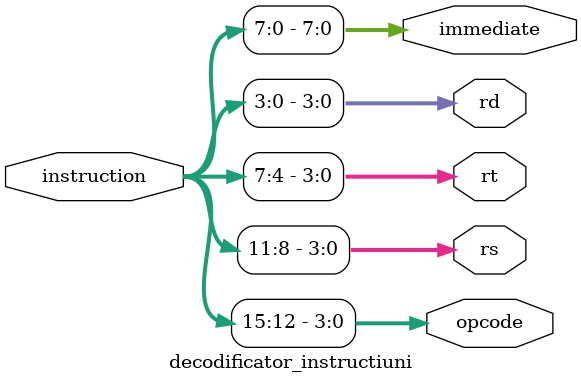
<source format=v>
module decodificator_instructiuni(
    input wire [15:0] instruction,
    output reg [3:0] opcode,
    output reg [3:0] rs,
    output reg [3:0] rt,
    output reg [3:0] rd,
    output reg [7:0] immediate
);

    always @(*) begin
        opcode = instruction[15:12];
        rs = instruction[11:8];
        rt = instruction[7:4];
        rd = instruction[3:0];
        immediate = instruction[7:0];
    end

endmodule
</source>
